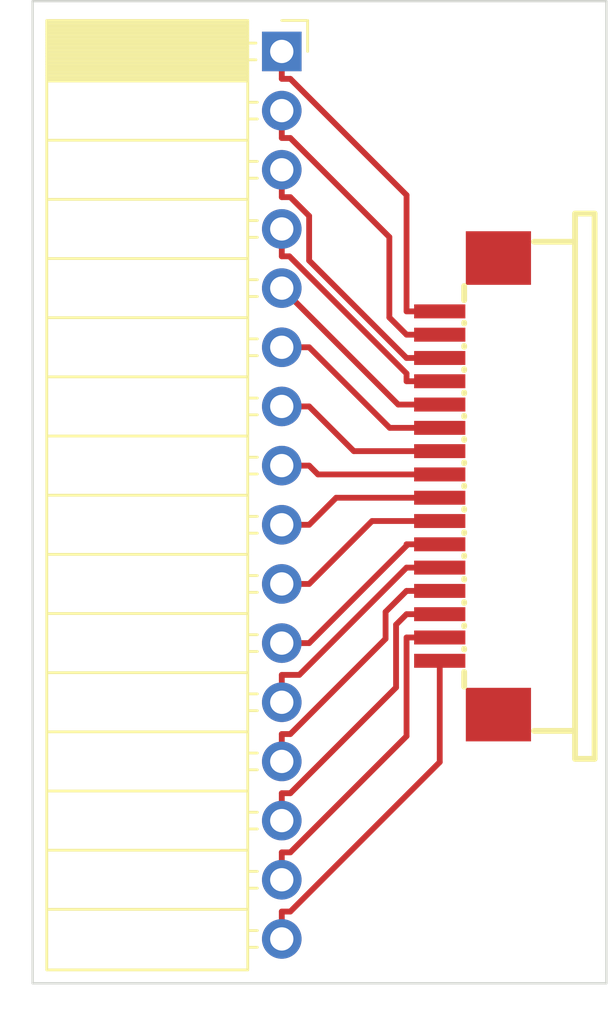
<source format=kicad_pcb>
(kicad_pcb (version 20211014) (generator pcbnew)
  (layers (0 "F.Cu" signal) (31 "B.Cu" signal) (34 "B.Paste" user) (35 "F.Paste" user) (36 "B.SilkS" user "B.Silkscreen") (37 "F.SilkS" user "F.Silkscreen") (38 "B.Mask" user) (39 "F.Mask" user) (44 "Edge.Cuts" user))
  (net 0 "")
  (net 1 "Net-(U3-Pad9)")
  (net 2 "Net-(U3-Pad8)")
  (net 3 "Net-(U3-Pad7)")
  (net 4 "Net-(U3-Pad6)")
  (net 5 "Net-(U3-Pad5)")
  (net 6 "Net-(U3-Pad4)")
  (net 7 "Net-(U3-Pad3)")
  (net 8 "Net-(U3-Pad2)")
  (net 9 "Net-(U4-Pad9)")
  (net 10 "Net-(U4-Pad8)")
  (net 11 "Net-(U4-Pad7)")
  (net 12 "Net-(U4-Pad6)")
  (net 13 "Net-(U4-Pad5)")
  (net 14 "Net-(U4-Pad4)")
  (net 15 "Net-(U4-Pad3)")
  (net 16 "Net-(U4-Pad2)")
  (footprint "easyeda2kicad:FPC-SMD_AFA07-S16ECC-00" (layer "F.Cu") (at 82.7505 81.788 90)
    (fp_text reference "P1" hide)
    (fp_text value "FPCConnector16PIN1MMPickup")
    (fp_line (start 11.71 4.55) (end -11.7 4.55) (layer "F.SilkS") (width 0.25))
    (fp_line (start 3.99 -0.21) (end 4.03 -0.21) (layer "F.SilkS") (width 0.25))
    (fp_line (start -10.5 4.55) (end -10.5 2.79) (layer "F.SilkS") (width 0.25))
    (fp_line (start -4.01 -0.21) (end -3.97 -0.21) (layer "F.SilkS") (width 0.25))
    (fp_line (start -6.01 -0.21) (end -5.97 -0.21) (layer "F.SilkS") (width 0.25))
    (fp_line (start 10.5 4.55) (end 10.5 2.79) (layer "F.SilkS") (width 0.25))
    (fp_line (start -2.01 -0.21) (end -1.97 -0.21) (layer "F.SilkS") (width 0.25))
    (fp_line (start 4.99 -0.21) (end 5.03 -0.21) (layer "F.SilkS") (width 0.25))
    (fp_line (start -0.01 -0.21) (end 0.03 -0.21) (layer "F.SilkS") (width 0.25))
    (fp_line (start 7.99 -0.21) (end 8.6 -0.21) (layer "F.SilkS") (width 0.25))
    (fp_line (start -7.01 -0.21) (end -6.97 -0.21) (layer "F.SilkS") (width 0.25))
    (fp_line (start -8.6 -0.21) (end -7.97 -0.21) (layer "F.SilkS") (width 0.25))
    (fp_line (start 1.99 -0.21) (end 2.03 -0.21) (layer "F.SilkS") (width 0.25))
    (fp_line (start 11.71 5.39) (end 10.51 5.39) (layer "F.SilkS") (width 0.25))
    (fp_line (start 2.99 -0.21) (end 3.03 -0.21) (layer "F.SilkS") (width 0.25))
    (fp_line (start 5.99 -0.21) (end 6.03 -0.21) (layer "F.SilkS") (width 0.25))
    (fp_line (start -1.01 -0.21) (end -0.97 -0.21) (layer "F.SilkS") (width 0.25))
    (fp_line (start 11.71 5.39) (end 11.71 4.56) (layer "F.SilkS") (width 0.25))
    (fp_line (start 6.99 -0.21) (end 7.03 -0.21) (layer "F.SilkS") (width 0.25))
    (fp_line (start -3.01 -0.21) (end -2.97 -0.21) (layer "F.SilkS") (width 0.25))
    (fp_line (start -11.7 5.39) (end -11.7 4.56) (layer "F.SilkS") (width 0.25))
    (fp_line (start -11.7 5.39) (end 10.5 5.39) (layer "F.SilkS") (width 0.25))
    (fp_line (start -5.01 -0.21) (end -4.97 -0.21) (layer "F.SilkS") (width 0.25))
    (fp_line (start 0.99 -0.21) (end 1.03 -0.21) (layer "F.SilkS") (width 0.25))
    (pad "1" smd rect locked (at 7.51 -1.26 270) (size 0.6 2.2) (layers "F.Cu" "F.Paste" "F.Mask") (net 1 "Net-(U3-Pad9)"))
    (pad "2" smd rect locked (at 6.51 -1.26 270) (size 0.6 2.2) (layers "F.Cu" "F.Paste" "F.Mask") (net 2 "Net-(U3-Pad8)"))
    (pad "3" smd rect locked (at 5.51 -1.26 270) (size 0.6 2.2) (layers "F.Cu" "F.Paste" "F.Mask") (net 3 "Net-(U3-Pad7)"))
    (pad "4" smd rect locked (at 4.51 -1.26 270) (size 0.6 2.2) (layers "F.Cu" "F.Paste" "F.Mask") (net 4 "Net-(U3-Pad6)"))
    (pad "5" smd rect locked (at 3.51 -1.26 270) (size 0.6 2.2) (layers "F.Cu" "F.Paste" "F.Mask") (net 5 "Net-(U3-Pad5)"))
    (pad "6" smd rect locked (at 2.51 -1.26 270) (size 0.6 2.2) (layers "F.Cu" "F.Paste" "F.Mask") (net 6 "Net-(U3-Pad4)"))
    (pad "7" smd rect locked (at 1.51 -1.26 270) (size 0.6 2.2) (layers "F.Cu" "F.Paste" "F.Mask") (net 7 "Net-(U3-Pad3)"))
    (pad "8" smd rect locked (at 0.51 -1.26 270) (size 0.6 2.2) (layers "F.Cu" "F.Paste" "F.Mask") (net 8 "Net-(U3-Pad2)"))
    (pad "9" smd rect locked (at -0.49 -1.26 270) (size 0.6 2.2) (layers "F.Cu" "F.Paste" "F.Mask") (net 9 "Net-(U4-Pad9)"))
    (pad "10" smd rect locked (at -1.49 -1.26 270) (size 0.6 2.2) (layers "F.Cu" "F.Paste" "F.Mask") (net 10 "Net-(U4-Pad8)"))
    (pad "11" smd rect locked (at -2.49 -1.26 270) (size 0.6 2.2) (layers "F.Cu" "F.Paste" "F.Mask") (net 11 "Net-(U4-Pad7)"))
    (pad "12" smd rect locked (at -3.49 -1.26 270) (size 0.6 2.2) (layers "F.Cu" "F.Paste" "F.Mask") (net 12 "Net-(U4-Pad6)"))
    (pad "13" smd rect locked (at -4.49 -1.26 270) (size 0.6 2.2) (layers "F.Cu" "F.Paste" "F.Mask") (net 13 "Net-(U4-Pad5)"))
    (pad "14" smd rect locked (at -5.49 -1.26 270) (size 0.6 2.2) (layers "F.Cu" "F.Paste" "F.Mask") (net 14 "Net-(U4-Pad4)"))
    (pad "15" smd rect locked (at -6.49 -1.26 270) (size 0.6 2.2) (layers "F.Cu" "F.Paste" "F.Mask") (net 15 "Net-(U4-Pad3)"))
    (pad "16" smd rect locked (at -7.49 -1.26 270) (size 0.6 2.2) (layers "F.Cu" "F.Paste" "F.Mask") (net 16 "Net-(U4-Pad2)"))
    (pad "17" smd rect locked (at -9.8 1.26) (size 2.8 2.3) (layers "F.Cu" "F.Paste" "F.Mask"))
    (pad "18" smd rect locked (at 9.8 1.26) (size 2.8 2.3) (layers "F.Cu" "F.Paste" "F.Mask"))
  )
  (footprint "Connector_PinSocket_2.54mm:PinSocket_1x16_P2.54mm_Horizontal" (layer "F.Cu") (at 74.7072 63.119)
    (fp_text reference "J1" hide)
    (fp_text value "Conn_01x16_Female")
    (fp_line (start -1.46 30.12) (end -1.05 30.12) (layer "F.SilkS") (width 0.12))
    (fp_line (start -10.09 1.27) (end -1.46 1.27) (layer "F.SilkS") (width 0.12))
    (fp_line (start -10.09 -0.97381) (end -1.46 -0.97381) (layer "F.SilkS") (width 0.12))
    (fp_line (start -10.09 19.05) (end -1.46 19.05) (layer "F.SilkS") (width 0.12))
    (fp_line (start -1.46 14.88) (end -1.05 14.88) (layer "F.SilkS") (width 0.12))
    (fp_line (start -10.09 -0.02905) (end -1.46 -0.02905) (layer "F.SilkS") (width 0.12))
    (fp_line (start -1.46 25.76) (end -1.05 25.76) (layer "F.SilkS") (width 0.12))
    (fp_line (start -10.09 6.35) (end -1.46 6.35) (layer "F.SilkS") (width 0.12))
    (fp_line (start -10.09 -1.091905) (end -1.46 -1.091905) (layer "F.SilkS") (width 0.12))
    (fp_line (start -10.09 1.033805) (end -1.46 1.033805) (layer "F.SilkS") (width 0.12))
    (fp_line (start -10.09 0.67952) (end -1.46 0.67952) (layer "F.SilkS") (width 0.12))
    (fp_line (start -10.09 -0.73762) (end -1.46 -0.73762) (layer "F.SilkS") (width 0.12))
    (fp_line (start -10.09 1.1519) (end -1.46 1.1519) (layer "F.SilkS") (width 0.12))
    (fp_line (start -1.46 9.8) (end -1.05 9.8) (layer "F.SilkS") (width 0.12))
    (fp_line (start 0 -1.33) (end 1.11 -1.33) (layer "F.SilkS") (width 0.12))
    (fp_line (start -10.09 39.43) (end -1.46 39.43) (layer "F.SilkS") (width 0.12))
    (fp_line (start -10.09 -1.33) (end -1.46 -1.33) (layer "F.SilkS") (width 0.12))
    (fp_line (start -10.09 24.13) (end -1.46 24.13) (layer "F.SilkS") (width 0.12))
    (fp_line (start -1.46 32.66) (end -1.05 32.66) (layer "F.SilkS") (width 0.12))
    (fp_line (start -1.46 25.04) (end -1.05 25.04) (layer "F.SilkS") (width 0.12))
    (fp_line (start -1.46 27.58) (end -1.05 27.58) (layer "F.SilkS") (width 0.12))
    (fp_line (start -1.46 0.36) (end -1.11 0.36) (layer "F.SilkS") (width 0.12))
    (fp_line (start -10.09 16.51) (end -1.46 16.51) (layer "F.SilkS") (width 0.12))
    (fp_line (start -10.09 -0.855715) (end -1.46 -0.855715) (layer "F.SilkS") (width 0.12))
    (fp_line (start -1.46 -0.36) (end -1.11 -0.36) (layer "F.SilkS") (width 0.12))
    (fp_line (start -10.09 26.67) (end -1.46 26.67) (layer "F.SilkS") (width 0.12))
    (fp_line (start -1.46 38.46) (end -1.05 38.46) (layer "F.SilkS") (width 0.12))
    (fp_line (start -10.09 8.89) (end -1.46 8.89) (layer "F.SilkS") (width 0.12))
    (fp_line (start -1.46 4.72) (end -1.05 4.72) (layer "F.SilkS") (width 0.12))
    (fp_line (start -10.09 0.44333) (end -1.46 0.44333) (layer "F.SilkS") (width 0.12))
    (fp_line (start -10.09 -0.619525) (end -1.46 -0.619525) (layer "F.SilkS") (width 0.12))
    (fp_line (start -10.09 29.21) (end -1.46 29.21) (layer "F.SilkS") (width 0.12))
    (fp_line (start -1.46 13.06) (end -1.05 13.06) (layer "F.SilkS") (width 0.12))
    (fp_line (start -1.46 20.68) (end -1.05 20.68) (layer "F.SilkS") (width 0.12))
    (fp_line (start -10.09 -0.26524) (end -1.46 -0.26524) (layer "F.SilkS") (width 0.12))
    (fp_line (start -1.46 2.9) (end -1.05 2.9) (layer "F.SilkS") (width 0.12))
    (fp_line (start -1.46 19.96) (end -1.05 19.96) (layer "F.SilkS") (width 0.12))
    (fp_line (start -1.46 15.6) (end -1.05 15.6) (layer "F.SilkS") (width 0.12))
    (fp_line (start -1.46 37.74) (end -1.05 37.74) (layer "F.SilkS") (width 0.12))
    (fp_line (start -10.09 -0.383335) (end -1.46 -0.383335) (layer "F.SilkS") (width 0.12))
    (fp_line (start -10.09 -1.21) (end -1.46 -1.21) (layer "F.SilkS") (width 0.12))
    (fp_line (start -10.09 0.91571) (end -1.46 0.91571) (layer "F.SilkS") (width 0.12))
    (fp_line (start -1.46 35.2) (end -1.05 35.2) (layer "F.SilkS") (width 0.12))
    (fp_line (start -1.46 7.98) (end -1.05 7.98) (layer "F.SilkS") (width 0.12))
    (fp_line (start -1.46 35.92) (end -1.05 35.92) (layer "F.SilkS") (width 0.12))
    (fp_line (start -1.46 23.22) (end -1.05 23.22) (layer "F.SilkS") (width 0.12))
    (fp_line (start -1.46 12.34) (end -1.05 12.34) (layer "F.SilkS") (width 0.12))
    (fp_line (start 1.11 -1.33) (end 1.11 0) (layer "F.SilkS") (width 0.12))
    (fp_line (start -1.46 22.5) (end -1.05 22.5) (layer "F.SilkS") (width 0.12))
    (fp_line (start -10.09 13.97) (end -1.46 13.97) (layer "F.SilkS") (width 0.12))
    (fp_line (start -10.09 21.59) (end -1.46 21.59) (layer "F.SilkS") (width 0.12))
    (fp_line (start -10.09 31.75) (end -1.46 31.75) (layer "F.SilkS") (width 0.12))
    (fp_line (start -1.46 18.14) (end -1.05 18.14) (layer "F.SilkS") (width 0.12))
    (fp_line (start -1.46 7.26) (end -1.05 7.26) (layer "F.SilkS") (width 0.12))
    (fp_line (start -1.46 -1.33) (end -1.46 39.43) (layer "F.SilkS") (width 0.12))
    (fp_line (start -1.46 10.52) (end -1.05 10.52) (layer "F.SilkS") (width 0.12))
    (fp_line (start -10.09 36.83) (end -1.46 36.83) (layer "F.SilkS") (width 0.12))
    (fp_line (start -10.09 -1.33) (end -10.09 39.43) (layer "F.SilkS") (width 0.12))
    (fp_line (start -1.46 30.84) (end -1.05 30.84) (layer "F.SilkS") (width 0.12))
    (fp_line (start -10.09 0.089045) (end -1.46 0.089045) (layer "F.SilkS") (width 0.12))
    (fp_line (start -1.46 33.38) (end -1.05 33.38) (layer "F.SilkS") (width 0.12))
    (fp_line (start -10.09 0.797615) (end -1.46 0.797615) (layer "F.SilkS") (width 0.12))
    (fp_line (start -1.46 28.3) (end -1.05 28.3) (layer "F.SilkS") (width 0.12))
    (fp_line (start -10.09 0.325235) (end -1.46 0.325235) (layer "F.SilkS") (width 0.12))
    (fp_line (start -1.46 2.18) (end -1.05 2.18) (layer "F.SilkS") (width 0.12))
    (fp_line (start -10.09 0.20714) (end -1.46 0.20714) (layer "F.SilkS") (width 0.12))
    (fp_line (start -1.46 5.44) (end -1.05 5.44) (layer "F.SilkS") (width 0.12))
    (fp_line (start -10.09 34.29) (end -1.46 34.29) (layer "F.SilkS") (width 0.12))
    (fp_line (start -10.09 -0.147145) (end -1.46 -0.147145) (layer "F.SilkS") (width 0.12))
    (fp_line (start -10.09 11.43) (end -1.46 11.43) (layer "F.SilkS") (width 0.12))
    (fp_line (start -10.09 3.81) (end -1.46 3.81) (layer "F.SilkS") (width 0.12))
    (fp_line (start -10.09 -0.50143) (end -1.46 -0.50143) (layer "F.SilkS") (width 0.12))
    (fp_line (start -10.09 0.561425) (end -1.46 0.561425) (layer "F.SilkS") (width 0.12))
    (fp_line (start -1.46 17.42) (end -1.05 17.42) (layer "F.SilkS") (width 0.12))
    (pad "1" thru_hole rect (at 0 0) (size 1.7 1.7) (drill 1) (layers *.Cu *.Mask) (net 1 "Net-(U3-Pad9)"))
    (pad "2" thru_hole oval (at 0 2.54) (size 1.7 1.7) (drill 1) (layers *.Cu *.Mask) (net 2 "Net-(U3-Pad8)"))
    (pad "3" thru_hole oval (at 0 5.08) (size 1.7 1.7) (drill 1) (layers *.Cu *.Mask) (net 3 "Net-(U3-Pad7)"))
    (pad "4" thru_hole oval (at 0 7.62) (size 1.7 1.7) (drill 1) (layers *.Cu *.Mask) (net 4 "Net-(U3-Pad6)"))
    (pad "5" thru_hole oval (at 0 10.16) (size 1.7 1.7) (drill 1) (layers *.Cu *.Mask) (net 5 "Net-(U3-Pad5)"))
    (pad "6" thru_hole oval (at 0 12.7) (size 1.7 1.7) (drill 1) (layers *.Cu *.Mask) (net 6 "Net-(U3-Pad4)"))
    (pad "8" thru_hole oval (at 0 17.78) (size 1.7 1.7) (drill 1) (layers *.Cu *.Mask) (net 8 "Net-(U3-Pad2)"))
    (pad "9" thru_hole oval (at 0 20.32) (size 1.7 1.7) (drill 1) (layers *.Cu *.Mask) (net 9 "Net-(U4-Pad9)"))
    (pad "10" thru_hole oval (at 0 22.86) (size 1.7 1.7) (drill 1) (layers *.Cu *.Mask) (net 10 "Net-(U4-Pad8)"))
    (pad "11" thru_hole oval (at 0 25.4) (size 1.7 1.7) (drill 1) (layers *.Cu *.Mask) (net 11 "Net-(U4-Pad7)"))
    (pad "12" thru_hole oval (at 0 27.94) (size 1.7 1.7) (drill 1) (layers *.Cu *.Mask) (net 12 "Net-(U4-Pad6)"))
    (pad "13" thru_hole oval (at 0 30.48) (size 1.7 1.7) (drill 1) (layers *.Cu *.Mask) (net 13 "Net-(U4-Pad5)"))
    (pad "14" thru_hole oval (at 0 33.02) (size 1.7 1.7) (drill 1) (layers *.Cu *.Mask) (net 14 "Net-(U4-Pad4)"))
    (pad "15" thru_hole oval (at 0 35.56) (size 1.7 1.7) (drill 1) (layers *.Cu *.Mask) (net 15 "Net-(U4-Pad3)"))
    (pad "16" thru_hole oval (at 0 38.1) (size 1.7 1.7) (drill 1) (layers *.Cu *.Mask) (net 16 "Net-(U4-Pad2)"))
    (pad "e" thru_hole oval (at 0 15.24) (size 1.7 1.7) (drill 1) (layers *.Cu *.Mask) (net 7 "Net-(U3-Pad3)"))
  )
  (gr_rect (start 64.008 103.124) (end 88.646 60.96) (layer "Edge.Cuts") (width 0.1) (fill none))
  (segment (start 80.0652 74.278) (end 80.0652 69.285) (width 0.25) (layer "F.Cu") (net 1))
  (segment (start 80.0652 69.285) (end 75.0745 64.2943) (width 0.25) (layer "F.Cu") (net 1))
  (segment (start 75.0745 64.2943) (end 74.7072 64.2943) (width 0.25) (layer "F.Cu") (net 1))
  (segment (start 74.7072 63.119) (end 74.7072 64.2943) (width 0.25) (layer "F.Cu") (net 1))
  (segment (start 81.4905 74.278) (end 80.0652 74.278) (width 0.25) (layer "F.Cu") (net 1))
  (segment (start 74.7072 66.8343) (end 75.0745 66.8343) (width 0.25) (layer "F.Cu") (net 2))
  (segment (start 79.3275 74.5403) (end 80.0652 75.278) (width 0.25) (layer "F.Cu") (net 2))
  (segment (start 74.7072 65.659) (end 74.7072 66.8343) (width 0.25) (layer "F.Cu") (net 2))
  (segment (start 79.3275 71.0873) (end 79.3275 74.5403) (width 0.25) (layer "F.Cu") (net 2))
  (segment (start 81.4905 75.278) (end 80.0652 75.278) (width 0.25) (layer "F.Cu") (net 2))
  (segment (start 75.0745 66.8343) (end 79.3275 71.0873) (width 0.25) (layer "F.Cu") (net 2))
  (segment (start 74.7072 68.199) (end 74.7072 69.3743) (width 0.25) (layer "F.Cu") (net 3))
  (segment (start 75.0746 69.3743) (end 74.7072 69.3743) (width 0.25) (layer "F.Cu") (net 3))
  (segment (start 81.4905 76.278) (end 80.0652 76.278) (width 0.25) (layer "F.Cu") (net 3))
  (segment (start 80.0652 76.278) (end 75.8825 72.0953) (width 0.25) (layer "F.Cu") (net 3))
  (segment (start 75.8825 72.0953) (end 75.8825 70.1822) (width 0.25) (layer "F.Cu") (net 3))
  (segment (start 75.8825 70.1822) (end 75.0746 69.3743) (width 0.25) (layer "F.Cu") (net 3))
  (segment (start 81.4905 77.278) (end 80.0652 77.278) (width 0.25) (layer "F.Cu") (net 4))
  (segment (start 74.7072 70.739) (end 74.7072 71.9143) (width 0.25) (layer "F.Cu") (net 4))
  (segment (start 75.0347 71.9143) (end 74.7072 71.9143) (width 0.25) (layer "F.Cu") (net 4))
  (segment (start 80.0652 77.278) (end 80.0652 76.9448) (width 0.25) (layer "F.Cu") (net 4))
  (segment (start 80.0652 76.9448) (end 75.0347 71.9143) (width 0.25) (layer "F.Cu") (net 4))
  (segment (start 81.4905 78.278) (end 79.7062 78.278) (width 0.25) (layer "F.Cu") (net 5))
  (segment (start 79.7062 78.278) (end 74.7072 73.279) (width 0.25) (layer "F.Cu") (net 5))
  (segment (start 74.7072 75.819) (end 75.8825 75.819) (width 0.25) (layer "F.Cu") (net 6))
  (segment (start 79.3415 79.278) (end 75.8825 75.819) (width 0.25) (layer "F.Cu") (net 6))
  (segment (start 81.4905 79.278) (end 79.3415 79.278) (width 0.25) (layer "F.Cu") (net 6))
  (segment (start 77.8015 80.278) (end 75.8825 78.359) (width 0.25) (layer "F.Cu") (net 7))
  (segment (start 81.4905 80.278) (end 77.8015 80.278) (width 0.25) (layer "F.Cu") (net 7))
  (segment (start 74.7072 78.359) (end 75.8825 78.359) (width 0.25) (layer "F.Cu") (net 7))
  (segment (start 74.7072 80.899) (end 75.8825 80.899) (width 0.25) (layer "F.Cu") (net 8))
  (segment (start 81.4905 81.278) (end 76.2615 81.278) (width 0.25) (layer "F.Cu") (net 8))
  (segment (start 76.2615 81.278) (end 75.8825 80.899) (width 0.25) (layer "F.Cu") (net 8))
  (segment (start 81.4905 82.278) (end 77.0435 82.278) (width 0.25) (layer "F.Cu") (net 9))
  (segment (start 77.0435 82.278) (end 75.8825 83.439) (width 0.25) (layer "F.Cu") (net 9))
  (segment (start 74.7072 83.439) (end 75.8825 83.439) (width 0.25) (layer "F.Cu") (net 9))
  (segment (start 74.7072 85.979) (end 75.8825 85.979) (width 0.25) (layer "F.Cu") (net 10))
  (segment (start 81.4905 83.278) (end 78.5835 83.278) (width 0.25) (layer "F.Cu") (net 10))
  (segment (start 78.5835 83.278) (end 75.8825 85.979) (width 0.25) (layer "F.Cu") (net 10))
  (segment (start 81.4905 84.278) (end 80.0652 84.278) (width 0.25) (layer "F.Cu") (net 11))
  (segment (start 80.0652 84.3363) (end 75.8825 88.519) (width 0.25) (layer "F.Cu") (net 11))
  (segment (start 74.7072 88.519) (end 75.8825 88.519) (width 0.25) (layer "F.Cu") (net 11))
  (segment (start 80.0652 84.278) (end 80.0652 84.3363) (width 0.25) (layer "F.Cu") (net 11))
  (segment (start 74.7072 91.059) (end 74.7072 89.8837) (width 0.25) (layer "F.Cu") (net 12))
  (segment (start 80.0652 85.278) (end 75.4595 89.8837) (width 0.25) (layer "F.Cu") (net 12))
  (segment (start 75.4595 89.8837) (end 74.7072 89.8837) (width 0.25) (layer "F.Cu") (net 12))
  (segment (start 81.4905 85.278) (end 80.0652 85.278) (width 0.25) (layer "F.Cu") (net 12))
  (segment (start 79.1646 88.3336) (end 75.0745 92.4237) (width 0.25) (layer "F.Cu") (net 13))
  (segment (start 79.1646 87.1786) (end 79.1646 88.3336) (width 0.25) (layer "F.Cu") (net 13))
  (segment (start 81.4905 86.278) (end 80.0652 86.278) (width 0.25) (layer "F.Cu") (net 13))
  (segment (start 75.0745 92.4237) (end 74.7072 92.4237) (width 0.25) (layer "F.Cu") (net 13))
  (segment (start 80.0652 86.278) (end 79.1646 87.1786) (width 0.25) (layer "F.Cu") (net 13))
  (segment (start 74.7072 93.599) (end 74.7072 92.4237) (width 0.25) (layer "F.Cu") (net 13))
  (segment (start 79.6149 87.7283) (end 79.6149 90.4233) (width 0.25) (layer "F.Cu") (net 14))
  (segment (start 79.6149 90.4233) (end 75.0745 94.9637) (width 0.25) (layer "F.Cu") (net 14))
  (segment (start 81.4905 87.278) (end 80.0652 87.278) (width 0.25) (layer "F.Cu") (net 14))
  (segment (start 80.0652 87.278) (end 79.6149 87.7283) (width 0.25) (layer "F.Cu") (net 14))
  (segment (start 75.0745 94.9637) (end 74.7072 94.9637) (width 0.25) (layer "F.Cu") (net 14))
  (segment (start 74.7072 96.139) (end 74.7072 94.9637) (width 0.25) (layer "F.Cu") (net 14))
  (segment (start 80.0652 88.278) (end 80.0652 92.513) (width 0.25) (layer "F.Cu") (net 15))
  (segment (start 75.0745 97.5037) (end 74.7072 97.5037) (width 0.25) (layer "F.Cu") (net 15))
  (segment (start 74.7072 98.679) (end 74.7072 97.5037) (width 0.25) (layer "F.Cu") (net 15))
  (segment (start 81.4905 88.278) (end 80.0652 88.278) (width 0.25) (layer "F.Cu") (net 15))
  (segment (start 80.0652 92.513) (end 75.0745 97.5037) (width 0.25) (layer "F.Cu") (net 15))
  (segment (start 74.7072 101.219) (end 74.7072 100.0437) (width 0.25) (layer "F.Cu") (net 16))
  (segment (start 75.0745 100.0437) (end 74.7072 100.0437) (width 0.25) (layer "F.Cu") (net 16))
  (segment (start 81.4905 93.6277) (end 75.0745 100.0437) (width 0.25) (layer "F.Cu") (net 16))
  (segment (start 81.4905 89.278) (end 81.4905 93.6277) (width 0.25) (layer "F.Cu") (net 16))
)
</source>
